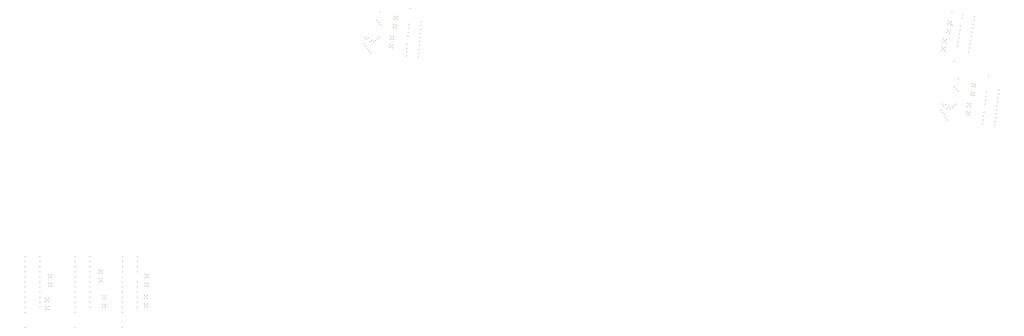
<source format=gbr>
*
G4_C Author: OrCAD GerbTool(tm) 8.1.1 Thu Jun 19 12:26:17 2003*
G4 Mass Parameters *
G4 Image *
G4 Aperture Definitions *
G4 Plot Data *
G4 Mass Parameters *
G4 Image *
G4 Aperture Definitions *
G4 Plot Data *
G4 Mass Parameters *
G4 Image *
G4 Aperture Definitions *
G4 Plot Data *
G4 Mass Parameters *
G4 Image *
G4 Aperture Definitions *
G4 Plot Data *
%LPD*%
%FSLAX34Y34*%
%MOIN*%
%AD*%
%ADD10R,0.050000X0.050000*%
%ADD11C,0.006000*%
%ADD12C,0.019000*%
%ADD13C,0.007900*%
%ADD14C,0.005000*%
%ADD15C,0.000800*%
%ADD16R,0.070000X0.025000*%
%ADD17R,0.068000X0.023000*%
%ADD18C,0.006000*%
%ADD19C,0.009800*%
%ADD20C,0.010000*%
%ADD21C,0.030000*%
%ADD22C,0.060000*%
%ADD23C,0.035000*%
%ADD24C,0.055000*%
%ADD25C,0.065000*%
%ADD256C,0.015000*%
%ADD257C,0.011000*%
%ADD258C,0.036000*%
G4_C OrCAD GerbTool Tool List *
G4_D256 2 0.0150 T 0 0*
G4_D257 1 0.0110 T 0 0*
G4_D258 3 0.0360 T 0 0*
G54D257*
G1X11799Y8905D3*
G1X11797Y8405D3*
G1X11797Y7905D3*
G1X11799Y6404D3*
G1X11798Y5904D3*
G1X11797Y5405D3*
G1X11797Y4905D3*
G1X11798Y4405D3*
G1X11798Y3904D3*
G1X10326Y8906D3*
G1X10326Y8406D3*
G1X10325Y7905D3*
G1X10325Y7406D3*
G1X10325Y6906D3*
G1X10325Y6405D3*
G1X10326Y5905D3*
G1X10326Y5406D3*
G1X10325Y4905D3*
G1X10326Y4406D3*
G1X10325Y3906D3*
G1X10326Y3405D3*
G1X10325Y1906D3*
G1X11797Y7405D3*
G1X12785Y3935D3*
G1X12785Y4236D3*
G1X12486Y3935D3*
G1X12486Y4235D3*
G1X12636Y4085D3*
G1X12785Y4775D3*
G1X12785Y5076D3*
G1X12485Y4775D3*
G1X12485Y5075D3*
G1X12635Y4925D3*
G1X12862Y5999D3*
G1X12862Y6299D3*
G1X12562Y5999D3*
G1X12562Y6299D3*
G1X12712Y6149D3*
G1X12861Y6839D3*
G1X12861Y7139D3*
G1X12562Y6839D3*
G1X12562Y7139D3*
G1X12712Y6989D3*
G1X7107Y7405D3*
G1X7108Y6904D3*
G1X7109Y6404D3*
G1X7108Y5904D3*
G1X7107Y5405D3*
G1X7107Y4905D3*
G1X7108Y4405D3*
G1X7108Y3904D3*
G1X5637Y8907D3*
G1X5637Y8407D3*
G1X5636Y7906D3*
G1X5636Y7407D3*
G1X5636Y6907D3*
G1X5636Y6406D3*
G1X5637Y5906D3*
G1X5637Y5407D3*
G1X5636Y4906D3*
G1X5637Y4407D3*
G1X5636Y3907D3*
G1X5637Y3406D3*
G1X5636Y1906D3*
G1X7107Y8905D3*
G1X7107Y8405D3*
G1X7107Y7905D3*
G1X8653Y3881D3*
G1X8653Y4181D3*
G1X8353Y3881D3*
G1X8354Y4181D3*
G1X8504Y4031D3*
G1X8652Y4721D3*
G1X8652Y5021D3*
G1X8353Y4721D3*
G1X8353Y5021D3*
G1X8503Y4871D3*
G1X8322Y6423D3*
G1X8322Y6724D3*
G1X8023Y6423D3*
G1X8023Y6723D3*
G1X8173Y6573D3*
G1X8322Y7263D3*
G1X8322Y7563D3*
G1X8022Y7263D3*
G1X8022Y7563D3*
G1X8172Y7413D3*
G1X2180Y8904D3*
G1X2178Y8404D3*
G1X2178Y7904D3*
G1X2178Y7404D3*
G1X2179Y6903D3*
G1X2180Y6403D3*
G1X2179Y5903D3*
G1X2178Y5404D3*
G1X2178Y4904D3*
G1X2179Y4404D3*
G1X2179Y3903D3*
G1X708Y8905D3*
G1X708Y8405D3*
G1X707Y7904D3*
G1X707Y7405D3*
G1X707Y6905D3*
G1X707Y6404D3*
G1X708Y5904D3*
G1X708Y5405D3*
G1X707Y4904D3*
G1X708Y4405D3*
G1X707Y3905D3*
G1X708Y3404D3*
G1X707Y1904D3*
G1X3041Y3646D3*
G1X3041Y3946D3*
G1X2741Y3646D3*
G1X2741Y3946D3*
G1X2891Y3796D3*
G1X3040Y4486D3*
G1X3040Y4786D3*
G1X2740Y4486D3*
G1X2741Y4785D3*
G1X2890Y4636D3*
G1X3360Y5950D3*
G1X3360Y6250D3*
G1X3060Y5950D3*
G1X3060Y6250D3*
G1X3210Y6100D3*
G1X3359Y6790D3*
G1X3359Y7090D3*
G1X3059Y6790D3*
G1X3060Y7089D3*
G1X3209Y6940D3*
G1X92132Y31695D3*
G1X93715Y29075D3*
G1X93783Y29463D3*
G1X93851Y29850D3*
G1X93920Y30239D3*
G1X93988Y30626D3*
G1X94057Y31015D3*
G1X94125Y31401D3*
G1X94193Y31790D3*
G1X94262Y32178D3*
G1X94330Y32565D3*
G1X92328Y28122D3*
G1X92601Y29672D3*
G1X92669Y30059D3*
G1X92738Y30447D3*
G1X92806Y30835D3*
G1X92875Y31223D3*
G1X92943Y31610D3*
G1X93080Y32385D3*
G1X93148Y32773D3*
G1X91349Y29186D3*
G1X91401Y29481D3*
G1X91053Y29238D3*
G1X91105Y29533D3*
G1X91227Y29360D3*
G1X91494Y30013D3*
G1X91546Y30309D3*
G1X91198Y30065D3*
G1X91251Y30360D3*
G1X91372Y30187D3*
G1X91849Y30932D3*
G1X91901Y31227D3*
G1X91553Y30984D3*
G1X91605Y31279D3*
G1X91727Y31105D3*
G1X91993Y31759D3*
G1X92046Y32054D3*
G1X91698Y31811D3*
G1X91751Y32105D3*
G1X91872Y31933D3*
G1X92090Y32959D3*
G1X91774Y23662D3*
G1X91614Y22372D3*
G1X92362Y25585D3*
G1X92515Y25390D3*
G1X92667Y25195D3*
G1X92511Y23923D3*
G1X92316Y23770D3*
G1X92121Y23618D3*
G1X91926Y23466D3*
G1X91101Y23922D3*
G1X91253Y23726D3*
G1X91579Y23508D3*
G1X91449Y23879D3*
G1X91323Y22872D3*
G1X91173Y23086D3*
G1X91465Y22595D3*
G1X91025Y23321D3*
G1X96289Y21811D3*
G1X96337Y22203D3*
G1X96385Y22593D3*
G1X96433Y22983D3*
G1X96481Y23374D3*
G1X96528Y23764D3*
G1X96576Y24155D3*
G1X96624Y24546D3*
G1X96673Y24937D3*
G1X96720Y25327D3*
G1X95097Y21957D3*
G1X95145Y22348D3*
G1X95192Y22738D3*
G1X95240Y23129D3*
G1X95336Y23910D3*
G1X95384Y24301D3*
G1X95432Y24692D3*
G1X95480Y25084D3*
G1X95672Y26645D3*
G1X93806Y22816D3*
G1X93842Y23114D3*
G1X93508Y22852D3*
G1X93544Y23150D3*
G1X93675Y22983D3*
G1X93907Y23650D3*
G1X93943Y23947D3*
G1X93609Y23686D3*
G1X93647Y23983D3*
G1X93776Y23817D3*
G1X94236Y24777D3*
G1X94272Y25075D3*
G1X93938Y24814D3*
G1X93975Y25111D3*
G1X94105Y24944D3*
G1X94337Y25611D3*
G1X94374Y25909D3*
G1X94039Y25647D3*
G1X94077Y25944D3*
G1X94207Y25778D3*
G1X92720Y26382D3*
G1X34897Y30239D3*
G1X34783Y28944D3*
G1X35418Y32182D3*
G1X35577Y31993D3*
G1X35736Y31803D3*
G1X35625Y30526D3*
G1X35435Y30367D3*
G1X35245Y30208D3*
G1X35056Y30049D3*
G1X34216Y30476D3*
G1X34375Y30285D3*
G1X34708Y30079D3*
G1X34564Y30445D3*
G1X34474Y29434D3*
G1X34317Y29643D3*
G1X34626Y29163D3*
G1X34161Y29873D3*
G1X39474Y28547D3*
G1X39508Y28940D3*
G1X39542Y29332D3*
G1X39577Y29723D3*
G1X39611Y30116D3*
G1X39645Y30507D3*
G1X39680Y30900D3*
G1X39714Y31292D3*
G1X39748Y31685D3*
G1X39783Y32076D3*
G1X38277Y28652D3*
G1X38312Y29044D3*
G1X38346Y29436D3*
G1X38380Y29828D3*
G1X38449Y30612D3*
G1X38483Y31005D3*
G1X38517Y31397D3*
G1X38552Y31790D3*
G1X38689Y33357D3*
G1X36957Y29465D3*
G1X36983Y29764D3*
G1X36658Y29491D3*
G1X36684Y29790D3*
G1X36821Y29627D3*
G1X37029Y30302D3*
G1X37056Y30601D3*
G1X36730Y30328D3*
G1X36758Y30626D3*
G1X36893Y30464D3*
G1X37319Y31440D3*
G1X37345Y31739D3*
G1X37020Y31466D3*
G1X37046Y31765D3*
G1X37182Y31602D3*
G1X37391Y32277D3*
G1X37417Y32576D3*
G1X37092Y32303D3*
G1X37119Y32601D3*
G1X37255Y32439D3*
G1X35748Y32991D3*
M2*

</source>
